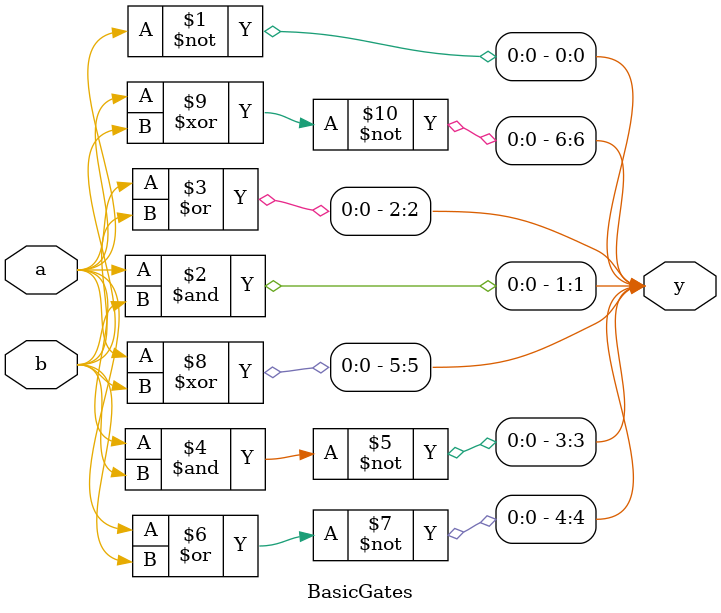
<source format=v>
`timescale 1ns / 1ps
module BasicGates(y,a,b);
output wire [6:0]y ;
input  a,b;
//Not Gate
assign y[0]= ~a;
//And Gate
assign y[1] = a&b;
//Or Gate
assign y[2] = a|b;
//Nand Gate
assign y[3] = ~(a&b);
//Nor Gate
assign y[4] = ~(a|b);
//Xor Gate
assign y[5] = a^b;
//Xnor Gate
assign y[6] = ~(a^b);
endmodule

</source>
